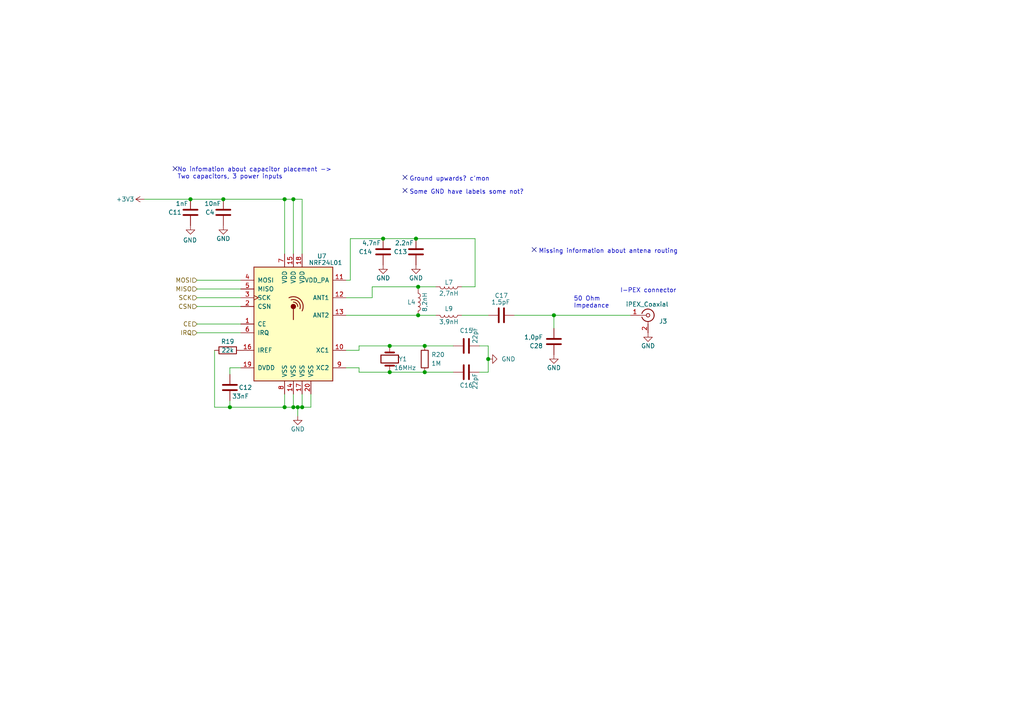
<source format=kicad_sch>
(kicad_sch (version 20210621) (generator eeschema)
  (paper "A4")
  (lib_symbols
    (symbol "Connector:Conn_Coaxial" (pin_names (offset 1.016) hide)
      (property "Reference" "J" (at 0.254 3.048 0))
      (property "Value" "Conn_Coaxial" (at 2.921 0 90))
      (symbol "Conn_Coaxial_0_1"
        (arc (start -1.778 0.508) (end 1.778 0) (radius (at -0.0508 0) (length 1.8034) (angles 163.6 0)) (stroke (width 0.254)))
        (arc (start 1.778 0) (end -1.778 -0.508) (radius (at -0.0254 0) (length 1.8034) (angles 0 -163.8)) (stroke (width 0.254)))
        (circle (center 0 0) (radius 0.508) (stroke (width 0.2032)))
        (polyline (pts (xy -2.54 0) (xy -0.508 0)))
        (polyline (pts (xy 0 -2.54) (xy 0 -1.778)))
      )
      (symbol "Conn_Coaxial_1_1"
        (pin passive line (at -5.08 0 0) (length 2.54) (name "In") (number "1"))
        (pin passive line (at 0 -5.08 90) (length 2.54) (name "Ext") (number "2"))
      )
    )
    (symbol "Device:C" (pin_numbers hide) (pin_names (offset 0.254))
      (property "Reference" "C" (at 0.635 2.54 0))
      (property "Value" "C" (at 0.635 -2.54 0))
      (symbol "C_0_1"
        (polyline (pts (xy -2.032 -0.762) (xy 2.032 -0.762)) (stroke (width 0.508)))
        (polyline (pts (xy -2.032 0.762) (xy 2.032 0.762)) (stroke (width 0.508)))
      )
      (symbol "C_1_1"
        (pin passive line (at 0 3.81 270) (length 2.794) (name "~") (number "1"))
        (pin passive line (at 0 -3.81 90) (length 2.794) (name "~") (number "2"))
      )
    )
    (symbol "Device:Crystal" (pin_numbers hide) (pin_names (offset 1.016) hide)
      (property "Reference" "Y1" (at 3.81 0.0001 90))
      (property "Value" "16MHz" (at 5.08 -2.54 90))
      (symbol "Crystal_0_1"
        (rectangle (start -1.143 2.54) (end 1.143 -2.54) (stroke (width 0.3048)))
        (polyline (pts (xy -2.54 0) (xy -1.905 0)))
        (polyline (pts (xy -1.905 -1.27) (xy -1.905 1.27)) (stroke (width 0.508)))
        (polyline (pts (xy 1.905 -1.27) (xy 1.905 1.27)) (stroke (width 0.508)))
        (polyline (pts (xy 2.54 0) (xy 1.905 0)))
      )
      (symbol "Crystal_1_1"
        (pin passive line (at -3.81 0 0) (length 1.27) (name "1") (number "1"))
        (pin passive line (at 3.81 0 180) (length 1.27) (name "2") (number "3"))
      )
    )
    (symbol "Device:L" (pin_numbers hide) (pin_names (offset 1.016) hide)
      (property "Reference" "L" (at -1.27 0 90))
      (property "Value" "L" (at 1.905 0 90))
      (symbol "L_0_1"
        (arc (start 0 -2.54) (end 0 -1.27) (radius (at 0 -1.905) (length 0.635) (angles -89.9 89.9)))
        (arc (start 0 -1.27) (end 0 0) (radius (at 0 -0.635) (length 0.635) (angles -89.9 89.9)))
        (arc (start 0 0) (end 0 1.27) (radius (at 0 0.635) (length 0.635) (angles -89.9 89.9)))
        (arc (start 0 1.27) (end 0 2.54) (radius (at 0 1.905) (length 0.635) (angles -89.9 89.9)))
      )
      (symbol "L_1_1"
        (pin passive line (at 0 3.81 270) (length 1.27) (name "1") (number "1"))
        (pin passive line (at 0 -3.81 90) (length 1.27) (name "2") (number "2"))
      )
    )
    (symbol "Device:R" (pin_numbers hide) (pin_names (offset 0))
      (property "Reference" "R" (at 2.032 0 90))
      (property "Value" "R" (at 0 0 90))
      (symbol "R_0_1"
        (rectangle (start -1.016 -2.54) (end 1.016 2.54) (stroke (width 0.254)))
      )
      (symbol "R_1_1"
        (pin passive line (at 0 3.81 270) (length 1.27) (name "~") (number "1"))
        (pin passive line (at 0 -3.81 90) (length 1.27) (name "~") (number "2"))
      )
    )
    (symbol "RF:NRF24L01" (pin_names (offset 1.016))
      (property "Reference" "U" (at -11.43 17.78 0))
      (property "Value" "NRF24L01" (at 5.08 17.78 0))
      (symbol "NRF24L01_0_1"
        (arc (start -1.27 7.62) (end 2.54 3.81) (radius (at 0 5.08) (length 2.8448) (angles 116.6 -26.6)) (stroke (width 0.254)))
        (arc (start 0 6.35) (end 1.27 5.08) (radius (at 0 5.1054) (length 1.2446) (angles 90 -1.1)) (stroke (width 0.254)))
        (arc (start -0.635 6.985) (end 1.905 4.445) (radius (at 0 5.1054) (length 1.9812) (angles 108.7 -19.1)) (stroke (width 0.254)))
        (circle (center 0 5.08) (radius 0.635) (stroke (width 0.254)) (fill (type outline)))
        (rectangle (start 11.43 -13.97) (end 11.43 -13.97))
        (rectangle (start -11.43 16.51) (end 11.43 -16.51) (stroke (width 0.254)) (fill (type background)))
        (polyline (pts (xy 0 4.445) (xy 0 1.27)) (stroke (width 0.254)))
      )
      (symbol "NRF24L01_1_1"
        (pin input line (at -15.24 0 0) (length 3.81) (name "CE") (number "1"))
        (pin passive line (at 15.24 -7.62 180) (length 3.81) (name "XC1") (number "10"))
        (pin power_out line (at 15.24 12.7 180) (length 3.81) (name "VDD_PA") (number "11"))
        (pin passive line (at 15.24 7.62 180) (length 3.81) (name "ANT1") (number "12"))
        (pin passive line (at 15.24 2.54 180) (length 3.81) (name "ANT2") (number "13"))
        (pin power_in line (at 0 -20.32 90) (length 3.81) (name "VSS") (number "14"))
        (pin power_in line (at 0 20.32 270) (length 3.81) (name "VDD") (number "15"))
        (pin passive line (at -15.24 -7.62 0) (length 3.81) (name "IREF") (number "16"))
        (pin power_in line (at 2.54 -20.32 90) (length 3.81) (name "VSS") (number "17"))
        (pin power_in line (at 2.54 20.32 270) (length 3.81) (name "VDD") (number "18"))
        (pin power_out line (at -15.24 -12.7 0) (length 3.81) (name "DVDD") (number "19"))
        (pin input line (at -15.24 5.08 0) (length 3.81) (name "CSN") (number "2"))
        (pin power_in line (at 5.08 -20.32 90) (length 3.81) (name "VSS") (number "20"))
        (pin input clock (at -15.24 7.62 0) (length 3.81) (name "SCK") (number "3"))
        (pin input line (at -15.24 12.7 0) (length 3.81) (name "MOSI") (number "4"))
        (pin output line (at -15.24 10.16 0) (length 3.81) (name "MISO") (number "5"))
        (pin output line (at -15.24 -2.54 0) (length 3.81) (name "IRQ") (number "6"))
        (pin power_in line (at -2.54 20.32 270) (length 3.81) (name "VDD") (number "7"))
        (pin power_in line (at -2.54 -20.32 90) (length 3.81) (name "VSS") (number "8"))
        (pin passive line (at 15.24 -12.7 180) (length 3.81) (name "XC2") (number "9"))
      )
    )
    (symbol "power:+3V3" (power) (pin_names (offset 0))
      (property "Value" "+3V3" (at 0 3.556 0))
      (symbol "+3V3_0_1"
        (polyline (pts (xy -0.762 1.27) (xy 0 2.54)))
        (polyline (pts (xy 0 0) (xy 0 2.54)))
        (polyline (pts (xy 0 2.54) (xy 0.762 1.27)))
      )
      (symbol "+3V3_1_1"
        (pin power_in line (at 0 0 90) (length 0) hide (name "+3V3") (number "1"))
      )
    )
    (symbol "power:GND" (power) (pin_names (offset 0))
      (property "Value" "GND" (at 0 -3.81 0))
      (symbol "GND_0_1"
        (polyline (pts (xy 0 0) (xy 0 -1.27) (xy 1.27 -1.27) (xy 0 -2.54) (xy -1.27 -1.27) (xy 0 -1.27)))
      )
      (symbol "GND_1_1"
        (pin power_in line (at 0 0 270) (length 0) hide (name "GND") (number "1"))
      )
    )
  )
  (junction (at 55.245 57.785) (diameter 1.016))
  (junction (at 64.77 57.785) (diameter 1.016))
  (junction (at 66.675 118.11) (diameter 1.016))
  (junction (at 82.55 57.785) (diameter 1.016))
  (junction (at 82.55 118.11) (diameter 1.016))
  (junction (at 85.09 57.785) (diameter 1.016))
  (junction (at 85.09 118.11) (diameter 1.016))
  (junction (at 86.36 118.11) (diameter 1.016))
  (junction (at 87.63 118.11) (diameter 1.016))
  (junction (at 111.125 69.215) (diameter 1.016))
  (junction (at 113.03 100.33) (diameter 1.016))
  (junction (at 113.03 107.95) (diameter 1.016))
  (junction (at 120.65 69.215) (diameter 1.016))
  (junction (at 121.285 83.185) (diameter 1.016))
  (junction (at 121.285 91.44) (diameter 1.016))
  (junction (at 123.19 100.33) (diameter 1.016))
  (junction (at 123.19 107.95) (diameter 1.016))
  (junction (at 141.605 104.14) (diameter 1.016))
  (junction (at 160.655 91.44) (diameter 1.016))
  (no_connect (at 50.8 48.895))
  (no_connect (at 117.475 51.435))
  (no_connect (at 117.475 55.245))
  (no_connect (at 154.94 72.39))
  (wire (pts (xy 41.91 57.785) (xy 55.245 57.785)))
  (wire (pts (xy 55.245 57.785) (xy 64.77 57.785)))
  (wire (pts (xy 57.15 81.28) (xy 69.85 81.28)))
  (wire (pts (xy 57.15 83.82) (xy 69.85 83.82)))
  (wire (pts (xy 57.15 86.36) (xy 69.85 86.36)))
  (wire (pts (xy 57.15 88.9) (xy 69.85 88.9)))
  (wire (pts (xy 57.15 93.98) (xy 69.85 93.98)))
  (wire (pts (xy 57.15 96.52) (xy 69.85 96.52)))
  (wire (pts (xy 62.23 118.11) (xy 62.23 101.6)))
  (wire (pts (xy 64.77 57.785) (xy 82.55 57.785)))
  (wire (pts (xy 66.675 106.68) (xy 69.85 106.68)))
  (wire (pts (xy 66.675 108.585) (xy 66.675 106.68)))
  (wire (pts (xy 66.675 116.205) (xy 66.675 118.11)))
  (wire (pts (xy 66.675 118.11) (xy 62.23 118.11)))
  (wire (pts (xy 66.675 118.11) (xy 82.55 118.11)))
  (wire (pts (xy 82.55 57.785) (xy 82.55 73.66)))
  (wire (pts (xy 82.55 57.785) (xy 85.09 57.785)))
  (wire (pts (xy 82.55 114.3) (xy 82.55 118.11)))
  (wire (pts (xy 82.55 118.11) (xy 85.09 118.11)))
  (wire (pts (xy 85.09 57.785) (xy 85.09 73.66)))
  (wire (pts (xy 85.09 57.785) (xy 87.63 57.785)))
  (wire (pts (xy 85.09 114.3) (xy 85.09 118.11)))
  (wire (pts (xy 85.09 118.11) (xy 86.36 118.11)))
  (wire (pts (xy 86.36 118.11) (xy 87.63 118.11)))
  (wire (pts (xy 86.36 120.65) (xy 86.36 118.11)))
  (wire (pts (xy 87.63 57.785) (xy 87.63 73.66)))
  (wire (pts (xy 87.63 114.3) (xy 87.63 118.11)))
  (wire (pts (xy 87.63 118.11) (xy 90.17 118.11)))
  (wire (pts (xy 90.17 118.11) (xy 90.17 114.3)))
  (wire (pts (xy 100.33 81.28) (xy 101.6 81.28)))
  (wire (pts (xy 100.33 86.36) (xy 107.95 86.36)))
  (wire (pts (xy 100.33 91.44) (xy 121.285 91.44)))
  (wire (pts (xy 101.6 69.215) (xy 101.6 81.28)))
  (wire (pts (xy 104.14 100.33) (xy 104.14 101.6)))
  (wire (pts (xy 104.14 100.33) (xy 113.03 100.33)))
  (wire (pts (xy 104.14 101.6) (xy 100.33 101.6)))
  (wire (pts (xy 104.14 106.68) (xy 100.33 106.68)))
  (wire (pts (xy 104.14 107.95) (xy 104.14 106.68)))
  (wire (pts (xy 104.14 107.95) (xy 113.03 107.95)))
  (wire (pts (xy 107.95 83.185) (xy 121.285 83.185)))
  (wire (pts (xy 107.95 86.36) (xy 107.95 83.185)))
  (wire (pts (xy 111.125 69.215) (xy 101.6 69.215)))
  (wire (pts (xy 120.65 69.215) (xy 111.125 69.215)))
  (wire (pts (xy 121.285 83.185) (xy 121.285 83.82)))
  (wire (pts (xy 121.285 91.44) (xy 126.365 91.44)))
  (wire (pts (xy 123.19 100.33) (xy 113.03 100.33)))
  (wire (pts (xy 123.19 100.33) (xy 131.445 100.33)))
  (wire (pts (xy 123.19 107.95) (xy 113.03 107.95)))
  (wire (pts (xy 123.19 107.95) (xy 131.445 107.95)))
  (wire (pts (xy 126.365 83.185) (xy 121.285 83.185)))
  (wire (pts (xy 133.985 83.185) (xy 137.795 83.185)))
  (wire (pts (xy 133.985 91.44) (xy 141.605 91.44)))
  (wire (pts (xy 137.795 69.215) (xy 120.65 69.215)))
  (wire (pts (xy 137.795 69.215) (xy 137.795 83.185)))
  (wire (pts (xy 139.065 100.33) (xy 141.605 100.33)))
  (wire (pts (xy 141.605 100.33) (xy 141.605 104.14)))
  (wire (pts (xy 141.605 104.14) (xy 141.605 107.95)))
  (wire (pts (xy 141.605 107.95) (xy 139.065 107.95)))
  (wire (pts (xy 149.225 91.44) (xy 160.655 91.44)))
  (wire (pts (xy 160.655 91.44) (xy 160.655 95.25)))
  (wire (pts (xy 160.655 91.44) (xy 182.88 91.44)))
  (text "No infomation about capacitor placement ->\nTwo capacitors, 3 power inputs\n" (at 51.435 52.07 0) (effects (font (size 1.27 1.27)) (justify left bottom)))
  (text "Ground upwards? c'mon" (at 118.745 52.705 0) (effects (font (size 1.27 1.27)) (justify left bottom)))
  (text "Some GND have labels some not?" (at 118.745 56.515 0) (effects (font (size 1.27 1.27)) (justify left bottom)))
  (text "Missing information about antena routing" (at 156.21 73.66 0) (effects (font (size 1.27 1.27)) (justify left bottom)))
  (text "50 Ohm\nImpedance" (at 166.37 89.535 0) (effects (font (size 1.27 1.27)) (justify left bottom)))
  (text "I-PEX connector\n" (at 196.215 85.09 180) (effects (font (size 1.27 1.27)) (justify right bottom)))
  (hierarchical_label "MOSI" (shape input) (at 57.15 81.28 180))
  (hierarchical_label "MISO" (shape input) (at 57.15 83.82 180))
  (hierarchical_label "SCK" (shape input) (at 57.15 86.36 180))
  (hierarchical_label "CSN" (shape input) (at 57.15 88.9 180))
  (hierarchical_label "CE" (shape input) (at 57.15 93.98 180))
  (hierarchical_label "IRQ" (shape input) (at 57.15 96.52 180))
  (symbol (lib_id "power:+3V3") (at 41.91 57.785 90) (unit 1)
    (property "Reference" "#PWR0153" (effects hide))
    (property "Value" "+3V3" (at 33.655 57.7849 90) (effects (justify right)))
  )
  (symbol (lib_id "power:GND") (at 55.245 65.405 0) (unit 1)
    (property "Reference" "#PWR0154" (effects hide))
    (property "Value" "GND" (at 57.15 69.6596 0) (effects (justify right)))
  )
  (symbol (lib_id "power:GND") (at 64.77 65.405 0) (unit 1)
    (property "Reference" "#PWR0110" (effects hide))
    (property "Value" "GND" (at 64.77 69.215 0))
  )
  (symbol (lib_id "power:GND") (at 86.36 120.65 0) (unit 1)
    (property "Reference" "#PWR0109" (effects hide))
    (property "Value" "GND" (at 86.36 124.46 0))
  )
  (symbol (lib_id "power:GND") (at 111.125 76.835 0) (unit 1)
    (property "Reference" "#PWR0155" (effects hide))
    (property "Value" "GND" (at 111.125 80.645 0))
  )
  (symbol (lib_id "power:GND") (at 120.65 76.835 0) (unit 1)
    (property "Reference" "#PWR0115" (effects hide))
    (property "Value" "GND" (at 120.65 80.645 0))
  )
  (symbol (lib_id "power:GND") (at 141.605 104.14 90) (unit 1)
    (property "Reference" "#PWR0113" (effects hide))
    (property "Value" "GND" (at 145.415 104.1399 90) (effects (justify right)))
  )
  (symbol (lib_id "power:GND") (at 160.655 102.87 0) (unit 1)
    (property "Reference" "#PWR0156" (effects hide))
    (property "Value" "GND" (at 160.655 106.68 0))
  )
  (symbol (lib_id "power:GND") (at 187.96 96.52 0) (unit 1)
    (property "Reference" "#PWR0143" (effects hide))
    (property "Value" "~" (at 187.96 100.33 0))
  )
  (symbol (lib_id "Device:L") (at 121.285 87.63 0) (unit 1)
    (property "Reference" "L4" (at 118.11 87.6299 0) (effects (justify left)))
    (property "Value" "8,2nH" (at 123.19 87.63 90))
    (property "Footprint" "Inductor_SMD:L_0603_1608Metric" (effects hide))
  )
  (symbol (lib_id "Device:L") (at 130.175 83.185 270) (unit 1)
    (property "Reference" "L7" (at 130.175 81.915 90))
    (property "Value" "2,7nH" (at 130.175 85.09 90))
    (property "Footprint" "Inductor_SMD:L_0603_1608Metric" (effects hide))
  )
  (symbol (lib_id "Device:L") (at 130.175 91.44 270) (unit 1)
    (property "Reference" "L9" (at 130.175 89.535 90))
    (property "Value" "3,9nH" (at 130.175 93.345 90))
    (property "Footprint" "Inductor_SMD:L_0603_1608Metric" (effects hide))
  )
  (symbol (lib_id "Device:R") (at 66.04 101.6 90) (unit 1)
    (property "Reference" "R19" (at 66.04 99.06 90))
    (property "Value" "22k" (at 66.04 101.6 90))
    (property "Footprint" "Resistor_SMD:R_0603_1608Metric" (effects hide))
  )
  (symbol (lib_id "Device:R") (at 123.19 104.14 0) (unit 1)
    (property "Reference" "R20" (at 125.095 102.8699 0) (effects (justify left)))
    (property "Value" "1M" (at 125.095 105.4099 0) (effects (justify left)))
    (property "Footprint" "Resistor_SMD:R_0603_1608Metric" (effects hide))
  )
  (symbol (lib_id "Device:C") (at 55.245 61.595 180) (unit 1)
    (property "Reference" "C11" (at 52.705 61.5951 0) (effects (justify left)))
    (property "Value" "1nF" (at 54.61 59.055 0) (effects (justify left)))
    (property "Footprint" "Capacitor_SMD:C_0603_1608Metric" (effects hide))
  )
  (symbol (lib_id "Device:C") (at 64.77 61.595 180) (unit 1)
    (property "Reference" "C4" (at 62.23 61.5951 0) (effects (justify left)))
    (property "Value" "10nF" (at 64.135 59.055 0) (effects (justify left)))
    (property "Footprint" "Capacitor_SMD:C_0603_1608Metric" (effects hide))
  )
  (symbol (lib_id "Device:C") (at 66.675 112.395 0) (unit 1)
    (property "Reference" "C12" (at 69.215 112.3949 0) (effects (justify left)))
    (property "Value" "33nF" (at 67.31 114.935 0) (effects (justify left)))
    (property "Footprint" "Capacitor_SMD:C_0603_1608Metric" (effects hide))
  )
  (symbol (lib_id "Device:C") (at 111.125 73.025 180) (unit 1)
    (property "Reference" "C14" (at 107.95 73.0251 0) (effects (justify left)))
    (property "Value" "4,7nF" (at 110.49 70.485 0) (effects (justify left)))
    (property "Footprint" "Capacitor_SMD:C_0603_1608Metric" (effects hide))
  )
  (symbol (lib_id "Device:C") (at 120.65 73.025 180) (unit 1)
    (property "Reference" "C13" (at 118.11 73.0251 0) (effects (justify left)))
    (property "Value" "2.2nF" (at 120.015 70.485 0) (effects (justify left)))
    (property "Footprint" "Capacitor_SMD:C_0603_1608Metric" (effects hide))
  )
  (symbol (lib_id "Device:C") (at 135.255 100.33 90) (unit 1)
    (property "Reference" "C15" (at 135.255 95.885 90))
    (property "Value" "22pF" (at 137.795 99.695 0) (effects (justify left)))
    (property "Footprint" "Capacitor_SMD:C_0603_1608Metric" (effects hide))
  )
  (symbol (lib_id "Device:C") (at 135.255 107.95 90) (unit 1)
    (property "Reference" "C16" (at 135.255 111.76 90))
    (property "Value" "22pF" (at 137.795 113.03 0) (effects (justify left)))
    (property "Footprint" "Capacitor_SMD:C_0603_1608Metric" (effects hide))
  )
  (symbol (lib_id "Device:C") (at 145.415 91.44 90) (unit 1)
    (property "Reference" "C17" (at 145.415 85.725 90))
    (property "Value" "1,5pF" (at 147.955 87.63 90) (effects (justify left)))
    (property "Footprint" "Capacitor_SMD:C_0603_1608Metric" (effects hide))
  )
  (symbol (lib_id "Device:C") (at 160.655 99.06 0) (unit 1)
    (property "Reference" "C28" (at 157.48 100.3301 0) (effects (justify right)))
    (property "Value" "1,0pF" (at 157.48 97.7901 0) (effects (justify right)))
    (property "Footprint" "Capacitor_SMD:C_0603_1608Metric" (effects hide))
  )
  (symbol (lib_id "Device:Crystal") (at 113.03 104.14 90) (unit 1)
    (property "Reference" "Y1" (at 115.5699 104.14 90) (effects (justify right)))
    (property "Value" "16MHz" (at 117.475 106.68 90))
    (property "Footprint" "Crystal:Crystal_SMD_3225-4Pin_3.2x2.5mm" (effects hide))
  )
  (symbol (lib_id "Connector:Conn_Coaxial") (at 187.96 91.44 0) (unit 1)
    (property "Reference" "J3" (at 191.135 93.2054 0) (effects (justify left)))
    (property "Value" "iPEX_Coaxial" (at 187.706 88.265 0))
    (property "Datasheet" " ~" (effects hide))
  )
  (symbol (lib_id "RF:NRF24L01") (at 85.09 93.98 0) (unit 1)
    (property "Reference" "U7" (at 93.345 74.295 0))
    (property "Value" "NRF24L01" (at 89.535 76.2 0) (effects (justify left)))
    (property "Footprint" "Package_DFN_QFN:QFN-20-1EP_4x4mm_P0.5mm_EP2.5x2.5mm" (effects hide))
    (property "Datasheet" "http://www.nordicsemi.com/eng/content/download/2730/34105/file/nRF24L01_Product_Specification_v2_0.pdf" (effects hide))
  )
)
</source>
